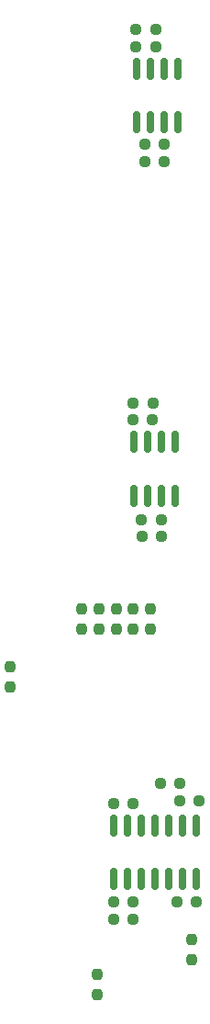
<source format=gbr>
%TF.GenerationSoftware,KiCad,Pcbnew,6.0.11+dfsg-1~bpo11+1*%
%TF.CreationDate,2023-11-22T17:04:06+08:00*%
%TF.ProjectId,MiniAttenuMix - Main,4d696e69-4174-4746-956e-754d6978202d,v0.2*%
%TF.SameCoordinates,Original*%
%TF.FileFunction,Paste,Bot*%
%TF.FilePolarity,Positive*%
%FSLAX46Y46*%
G04 Gerber Fmt 4.6, Leading zero omitted, Abs format (unit mm)*
G04 Created by KiCad (PCBNEW 6.0.11+dfsg-1~bpo11+1) date 2023-11-22 17:04:06*
%MOMM*%
%LPD*%
G01*
G04 APERTURE LIST*
G04 Aperture macros list*
%AMRoundRect*
0 Rectangle with rounded corners*
0 $1 Rounding radius*
0 $2 $3 $4 $5 $6 $7 $8 $9 X,Y pos of 4 corners*
0 Add a 4 corners polygon primitive as box body*
4,1,4,$2,$3,$4,$5,$6,$7,$8,$9,$2,$3,0*
0 Add four circle primitives for the rounded corners*
1,1,$1+$1,$2,$3*
1,1,$1+$1,$4,$5*
1,1,$1+$1,$6,$7*
1,1,$1+$1,$8,$9*
0 Add four rect primitives between the rounded corners*
20,1,$1+$1,$2,$3,$4,$5,0*
20,1,$1+$1,$4,$5,$6,$7,0*
20,1,$1+$1,$6,$7,$8,$9,0*
20,1,$1+$1,$8,$9,$2,$3,0*%
G04 Aperture macros list end*
%ADD10RoundRect,0.237500X0.250000X0.237500X-0.250000X0.237500X-0.250000X-0.237500X0.250000X-0.237500X0*%
%ADD11RoundRect,0.150000X-0.150000X0.825000X-0.150000X-0.825000X0.150000X-0.825000X0.150000X0.825000X0*%
%ADD12RoundRect,0.237500X-0.250000X-0.237500X0.250000X-0.237500X0.250000X0.237500X-0.250000X0.237500X0*%
%ADD13RoundRect,0.237500X-0.237500X0.250000X-0.237500X-0.250000X0.237500X-0.250000X0.237500X0.250000X0*%
G04 APERTURE END LIST*
D10*
%TO.C,R16*%
X152602500Y-124500000D03*
X150777500Y-124500000D03*
%TD*%
D11*
%TO.C,U1*%
X152890000Y-56774076D03*
X154160000Y-56774076D03*
X155430000Y-56774076D03*
X156700000Y-56774076D03*
X156700000Y-61724076D03*
X155430000Y-61724076D03*
X154160000Y-61724076D03*
X152890000Y-61724076D03*
%TD*%
D10*
%TO.C,R18*%
X152602500Y-133600000D03*
X150777500Y-133600000D03*
%TD*%
D12*
%TO.C,R1*%
X152832500Y-53149076D03*
X154657500Y-53149076D03*
%TD*%
D13*
%TO.C,R11*%
X149400000Y-106587500D03*
X149400000Y-108412500D03*
%TD*%
D10*
%TO.C,R9*%
X155172400Y-98327600D03*
X153347400Y-98327600D03*
%TD*%
D12*
%TO.C,R4*%
X153372400Y-99902600D03*
X155197400Y-99902600D03*
%TD*%
%TO.C,R17*%
X150777500Y-135200000D03*
X152602500Y-135200000D03*
%TD*%
D10*
%TO.C,R22*%
X158412500Y-133600000D03*
X156587500Y-133600000D03*
%TD*%
%TO.C,R7*%
X155457500Y-63774076D03*
X153632500Y-63774076D03*
%TD*%
D13*
%TO.C,R13*%
X152600000Y-106587500D03*
X152600000Y-108412500D03*
%TD*%
D12*
%TO.C,R3*%
X152587500Y-87652600D03*
X154412500Y-87652600D03*
%TD*%
%TO.C,R10*%
X156877500Y-124300000D03*
X158702500Y-124300000D03*
%TD*%
D13*
%TO.C,R21*%
X149300000Y-140287500D03*
X149300000Y-142112500D03*
%TD*%
D10*
%TO.C,R6*%
X154657500Y-54749076D03*
X152832500Y-54749076D03*
%TD*%
D13*
%TO.C,R12*%
X151000000Y-106587500D03*
X151000000Y-108412500D03*
%TD*%
D10*
%TO.C,R8*%
X154382400Y-89177600D03*
X152557400Y-89177600D03*
%TD*%
D13*
%TO.C,R14*%
X154200000Y-106587500D03*
X154200000Y-108412500D03*
%TD*%
%TO.C,R19*%
X141225000Y-111937500D03*
X141225000Y-113762500D03*
%TD*%
D11*
%TO.C,U2*%
X152614900Y-91202600D03*
X153884900Y-91202600D03*
X155154900Y-91202600D03*
X156424900Y-91202600D03*
X156424900Y-96152600D03*
X155154900Y-96152600D03*
X153884900Y-96152600D03*
X152614900Y-96152600D03*
%TD*%
D13*
%TO.C,R20*%
X158000000Y-137087500D03*
X158000000Y-138912500D03*
%TD*%
D11*
%TO.C,U3*%
X150780000Y-126550000D03*
X152050000Y-126550000D03*
X153320000Y-126550000D03*
X154590000Y-126550000D03*
X155860000Y-126550000D03*
X157130000Y-126550000D03*
X158400000Y-126550000D03*
X158400000Y-131500000D03*
X157130000Y-131500000D03*
X155860000Y-131500000D03*
X154590000Y-131500000D03*
X153320000Y-131500000D03*
X152050000Y-131500000D03*
X150780000Y-131500000D03*
%TD*%
D13*
%TO.C,R15*%
X147800000Y-106587500D03*
X147800000Y-108412500D03*
%TD*%
D12*
%TO.C,R2*%
X153632500Y-65349076D03*
X155457500Y-65349076D03*
%TD*%
%TO.C,R5*%
X155087500Y-122700000D03*
X156912500Y-122700000D03*
%TD*%
M02*

</source>
